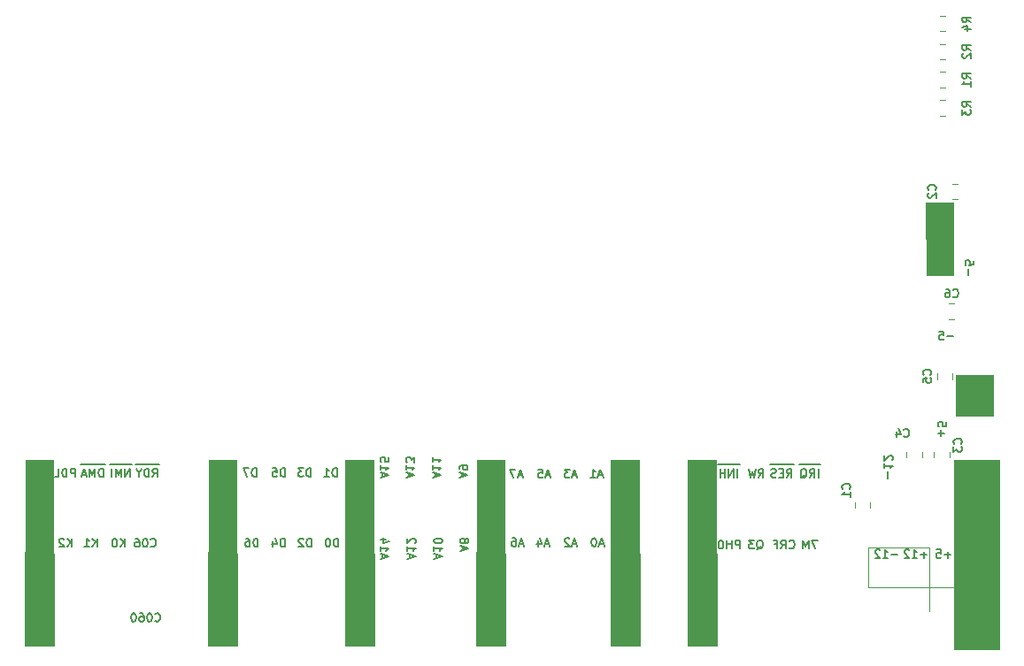
<source format=gbr>
%TF.GenerationSoftware,KiCad,Pcbnew,(5.1.10)-1*%
%TF.CreationDate,2021-09-08T13:29:56-05:00*%
%TF.ProjectId,gd protoboard pcb,67642070-726f-4746-9f62-6f6172642070,rev?*%
%TF.SameCoordinates,Original*%
%TF.FileFunction,Legend,Bot*%
%TF.FilePolarity,Positive*%
%FSLAX46Y46*%
G04 Gerber Fmt 4.6, Leading zero omitted, Abs format (unit mm)*
G04 Created by KiCad (PCBNEW (5.1.10)-1) date 2021-09-08 13:29:56*
%MOMM*%
%LPD*%
G01*
G04 APERTURE LIST*
%ADD10C,0.200000*%
%ADD11C,0.100000*%
%ADD12C,0.120000*%
G04 APERTURE END LIST*
D10*
X183883209Y-123272604D02*
X183349876Y-123272604D01*
X183692733Y-124072604D01*
X183045114Y-124072604D02*
X183045114Y-123272604D01*
X182778447Y-123844033D01*
X182511780Y-123272604D01*
X182511780Y-124072604D01*
X181190838Y-123996414D02*
X181228933Y-124034509D01*
X181343219Y-124072604D01*
X181419409Y-124072604D01*
X181533695Y-124034509D01*
X181609885Y-123958319D01*
X181647980Y-123882128D01*
X181686076Y-123729747D01*
X181686076Y-123615461D01*
X181647980Y-123463080D01*
X181609885Y-123386890D01*
X181533695Y-123310700D01*
X181419409Y-123272604D01*
X181343219Y-123272604D01*
X181228933Y-123310700D01*
X181190838Y-123348795D01*
X180390838Y-124072604D02*
X180657504Y-123691652D01*
X180847980Y-124072604D02*
X180847980Y-123272604D01*
X180543219Y-123272604D01*
X180467028Y-123310700D01*
X180428933Y-123348795D01*
X180390838Y-123424985D01*
X180390838Y-123539271D01*
X180428933Y-123615461D01*
X180467028Y-123653557D01*
X180543219Y-123691652D01*
X180847980Y-123691652D01*
X179781314Y-123653557D02*
X180047980Y-123653557D01*
X180047980Y-124072604D02*
X180047980Y-123272604D01*
X179667028Y-123272604D01*
X198329557Y-97866114D02*
X198329557Y-97256590D01*
X198824795Y-96494685D02*
X198824795Y-96875638D01*
X198443842Y-96913733D01*
X198481938Y-96875638D01*
X198520033Y-96799447D01*
X198520033Y-96608971D01*
X198481938Y-96532780D01*
X198443842Y-96494685D01*
X198367652Y-96456590D01*
X198177176Y-96456590D01*
X198100985Y-96494685D01*
X198062890Y-96532780D01*
X198024795Y-96608971D01*
X198024795Y-96799447D01*
X198062890Y-96875638D01*
X198100985Y-96913733D01*
D11*
G36*
X196850000Y-90932000D02*
G01*
X196850000Y-97917000D01*
X194310000Y-97917000D01*
X194244400Y-90922800D01*
X196850000Y-90932000D01*
G37*
X196850000Y-90932000D02*
X196850000Y-97917000D01*
X194310000Y-97917000D01*
X194244400Y-90922800D01*
X196850000Y-90932000D01*
G36*
X200660000Y-111379000D02*
G01*
X197104000Y-111379000D01*
X197104000Y-107442000D01*
X200660000Y-107442000D01*
X200660000Y-111379000D01*
G37*
X200660000Y-111379000D02*
X197104000Y-111379000D01*
X197104000Y-107442000D01*
X200660000Y-107442000D01*
X200660000Y-111379000D01*
D10*
X196913414Y-103752642D02*
X196303890Y-103752642D01*
X195541985Y-103257404D02*
X195922938Y-103257404D01*
X195961033Y-103638357D01*
X195922938Y-103600261D01*
X195846747Y-103562166D01*
X195656271Y-103562166D01*
X195580080Y-103600261D01*
X195541985Y-103638357D01*
X195503890Y-103714547D01*
X195503890Y-103905023D01*
X195541985Y-103981214D01*
X195580080Y-104019309D01*
X195656271Y-104057404D01*
X195846747Y-104057404D01*
X195922938Y-104019309D01*
X195961033Y-103981214D01*
X190620657Y-117309766D02*
X190620657Y-116700242D01*
X190315895Y-115900242D02*
X190315895Y-116357385D01*
X190315895Y-116128814D02*
X191115895Y-116128814D01*
X191001609Y-116205004D01*
X190925419Y-116281195D01*
X190887323Y-116357385D01*
X191039704Y-115595480D02*
X191077800Y-115557385D01*
X191115895Y-115481195D01*
X191115895Y-115290719D01*
X191077800Y-115214528D01*
X191039704Y-115176433D01*
X190963514Y-115138338D01*
X190887323Y-115138338D01*
X190773038Y-115176433D01*
X190315895Y-115633576D01*
X190315895Y-115138338D01*
X195713357Y-113309314D02*
X195713357Y-112699790D01*
X195408595Y-113004552D02*
X196018119Y-113004552D01*
X196208595Y-111937885D02*
X196208595Y-112318838D01*
X195827642Y-112356933D01*
X195865738Y-112318838D01*
X195903833Y-112242647D01*
X195903833Y-112052171D01*
X195865738Y-111975980D01*
X195827642Y-111937885D01*
X195751452Y-111899790D01*
X195560976Y-111899790D01*
X195484785Y-111937885D01*
X195446690Y-111975980D01*
X195408595Y-112052171D01*
X195408595Y-112242647D01*
X195446690Y-112318838D01*
X195484785Y-112356933D01*
X178079390Y-124148795D02*
X178155580Y-124110700D01*
X178231771Y-124034509D01*
X178346057Y-123920223D01*
X178422247Y-123882128D01*
X178498438Y-123882128D01*
X178460342Y-124072604D02*
X178536533Y-124034509D01*
X178612723Y-123958319D01*
X178650819Y-123805938D01*
X178650819Y-123539271D01*
X178612723Y-123386890D01*
X178536533Y-123310700D01*
X178460342Y-123272604D01*
X178307961Y-123272604D01*
X178231771Y-123310700D01*
X178155580Y-123386890D01*
X178117485Y-123539271D01*
X178117485Y-123805938D01*
X178155580Y-123958319D01*
X178231771Y-124034509D01*
X178307961Y-124072604D01*
X178460342Y-124072604D01*
X177850819Y-123272604D02*
X177355580Y-123272604D01*
X177622247Y-123577366D01*
X177507961Y-123577366D01*
X177431771Y-123615461D01*
X177393676Y-123653557D01*
X177355580Y-123729747D01*
X177355580Y-123920223D01*
X177393676Y-123996414D01*
X177431771Y-124034509D01*
X177507961Y-124072604D01*
X177736533Y-124072604D01*
X177812723Y-124034509D01*
X177850819Y-123996414D01*
X176472723Y-124072604D02*
X176472723Y-123272604D01*
X176167961Y-123272604D01*
X176091771Y-123310700D01*
X176053676Y-123348795D01*
X176015580Y-123424985D01*
X176015580Y-123539271D01*
X176053676Y-123615461D01*
X176091771Y-123653557D01*
X176167961Y-123691652D01*
X176472723Y-123691652D01*
X175672723Y-124072604D02*
X175672723Y-123272604D01*
X175672723Y-123653557D02*
X175215580Y-123653557D01*
X175215580Y-124072604D02*
X175215580Y-123272604D01*
X174682247Y-123272604D02*
X174606057Y-123272604D01*
X174529866Y-123310700D01*
X174491771Y-123348795D01*
X174453676Y-123424985D01*
X174415580Y-123577366D01*
X174415580Y-123767842D01*
X174453676Y-123920223D01*
X174491771Y-123996414D01*
X174529866Y-124034509D01*
X174606057Y-124072604D01*
X174682247Y-124072604D01*
X174758438Y-124034509D01*
X174796533Y-123996414D01*
X174834628Y-123920223D01*
X174872723Y-123767842D01*
X174872723Y-123577366D01*
X174834628Y-123424985D01*
X174796533Y-123348795D01*
X174758438Y-123310700D01*
X174682247Y-123272604D01*
X184181623Y-116029400D02*
X183800671Y-116029400D01*
X183991147Y-117227304D02*
X183991147Y-116427304D01*
X183800671Y-116029400D02*
X183000671Y-116029400D01*
X183153052Y-117227304D02*
X183419719Y-116846352D01*
X183610195Y-117227304D02*
X183610195Y-116427304D01*
X183305433Y-116427304D01*
X183229242Y-116465400D01*
X183191147Y-116503495D01*
X183153052Y-116579685D01*
X183153052Y-116693971D01*
X183191147Y-116770161D01*
X183229242Y-116808257D01*
X183305433Y-116846352D01*
X183610195Y-116846352D01*
X183000671Y-116029400D02*
X182162576Y-116029400D01*
X182276861Y-117303495D02*
X182353052Y-117265400D01*
X182429242Y-117189209D01*
X182543528Y-117074923D01*
X182619719Y-117036828D01*
X182695909Y-117036828D01*
X182657814Y-117227304D02*
X182734004Y-117189209D01*
X182810195Y-117113019D01*
X182848290Y-116960638D01*
X182848290Y-116693971D01*
X182810195Y-116541590D01*
X182734004Y-116465400D01*
X182657814Y-116427304D01*
X182505433Y-116427304D01*
X182429242Y-116465400D01*
X182353052Y-116541590D01*
X182314957Y-116693971D01*
X182314957Y-116960638D01*
X182353052Y-117113019D01*
X182429242Y-117189209D01*
X182505433Y-117227304D01*
X182657814Y-117227304D01*
X181609857Y-116029400D02*
X180809857Y-116029400D01*
X180962238Y-117227304D02*
X181228904Y-116846352D01*
X181419380Y-117227304D02*
X181419380Y-116427304D01*
X181114619Y-116427304D01*
X181038428Y-116465400D01*
X181000333Y-116503495D01*
X180962238Y-116579685D01*
X180962238Y-116693971D01*
X181000333Y-116770161D01*
X181038428Y-116808257D01*
X181114619Y-116846352D01*
X181419380Y-116846352D01*
X180809857Y-116029400D02*
X180086047Y-116029400D01*
X180619380Y-116808257D02*
X180352714Y-116808257D01*
X180238428Y-117227304D02*
X180619380Y-117227304D01*
X180619380Y-116427304D01*
X180238428Y-116427304D01*
X180086047Y-116029400D02*
X179324142Y-116029400D01*
X179933666Y-117189209D02*
X179819380Y-117227304D01*
X179628904Y-117227304D01*
X179552714Y-117189209D01*
X179514619Y-117151114D01*
X179476523Y-117074923D01*
X179476523Y-116998733D01*
X179514619Y-116922542D01*
X179552714Y-116884447D01*
X179628904Y-116846352D01*
X179781285Y-116808257D01*
X179857476Y-116770161D01*
X179895571Y-116732066D01*
X179933666Y-116655876D01*
X179933666Y-116579685D01*
X179895571Y-116503495D01*
X179857476Y-116465400D01*
X179781285Y-116427304D01*
X179590809Y-116427304D01*
X179476523Y-116465400D01*
X178250823Y-117227304D02*
X178517490Y-116846352D01*
X178707966Y-117227304D02*
X178707966Y-116427304D01*
X178403204Y-116427304D01*
X178327014Y-116465400D01*
X178288919Y-116503495D01*
X178250823Y-116579685D01*
X178250823Y-116693971D01*
X178288919Y-116770161D01*
X178327014Y-116808257D01*
X178403204Y-116846352D01*
X178707966Y-116846352D01*
X177984157Y-116427304D02*
X177793680Y-117227304D01*
X177641300Y-116655876D01*
X177488919Y-117227304D01*
X177298442Y-116427304D01*
X176440971Y-116029400D02*
X176060019Y-116029400D01*
X176250495Y-117227304D02*
X176250495Y-116427304D01*
X176060019Y-116029400D02*
X175221923Y-116029400D01*
X175869542Y-117227304D02*
X175869542Y-116427304D01*
X175412400Y-117227304D01*
X175412400Y-116427304D01*
X175221923Y-116029400D02*
X174383828Y-116029400D01*
X175031447Y-117227304D02*
X175031447Y-116427304D01*
X175031447Y-116808257D02*
X174574304Y-116808257D01*
X174574304Y-117227304D02*
X174574304Y-116427304D01*
X163423528Y-123615433D02*
X163042576Y-123615433D01*
X163499719Y-123844004D02*
X163233052Y-123044004D01*
X162966385Y-123844004D01*
X162547338Y-123044004D02*
X162471147Y-123044004D01*
X162394957Y-123082100D01*
X162356861Y-123120195D01*
X162318766Y-123196385D01*
X162280671Y-123348766D01*
X162280671Y-123539242D01*
X162318766Y-123691623D01*
X162356861Y-123767814D01*
X162394957Y-123805909D01*
X162471147Y-123844004D01*
X162547338Y-123844004D01*
X162623528Y-123805909D01*
X162661623Y-123767814D01*
X162699719Y-123691623D01*
X162737814Y-123539242D01*
X162737814Y-123348766D01*
X162699719Y-123196385D01*
X162661623Y-123120195D01*
X162623528Y-123082100D01*
X162547338Y-123044004D01*
X160845428Y-123615433D02*
X160464476Y-123615433D01*
X160921619Y-123844004D02*
X160654952Y-123044004D01*
X160388285Y-123844004D01*
X160159714Y-123120195D02*
X160121619Y-123082100D01*
X160045428Y-123044004D01*
X159854952Y-123044004D01*
X159778761Y-123082100D01*
X159740666Y-123120195D01*
X159702571Y-123196385D01*
X159702571Y-123272576D01*
X159740666Y-123386861D01*
X160197809Y-123844004D01*
X159702571Y-123844004D01*
X158216528Y-123615433D02*
X157835576Y-123615433D01*
X158292719Y-123844004D02*
X158026052Y-123044004D01*
X157759385Y-123844004D01*
X157149861Y-123310671D02*
X157149861Y-123844004D01*
X157340338Y-123005909D02*
X157530814Y-123577338D01*
X157035576Y-123577338D01*
X155765428Y-123615433D02*
X155384476Y-123615433D01*
X155841619Y-123844004D02*
X155574952Y-123044004D01*
X155308285Y-123844004D01*
X154698761Y-123044004D02*
X154851142Y-123044004D01*
X154927333Y-123082100D01*
X154965428Y-123120195D01*
X155041619Y-123234480D01*
X155079714Y-123386861D01*
X155079714Y-123691623D01*
X155041619Y-123767814D01*
X155003523Y-123805909D01*
X154927333Y-123844004D01*
X154774952Y-123844004D01*
X154698761Y-123805909D01*
X154660666Y-123767814D01*
X154622571Y-123691623D01*
X154622571Y-123501147D01*
X154660666Y-123424957D01*
X154698761Y-123386861D01*
X154774952Y-123348766D01*
X154927333Y-123348766D01*
X155003523Y-123386861D01*
X155041619Y-123424957D01*
X155079714Y-123501147D01*
X163321928Y-117036833D02*
X162940976Y-117036833D01*
X163398119Y-117265404D02*
X163131452Y-116465404D01*
X162864785Y-117265404D01*
X162179071Y-117265404D02*
X162636214Y-117265404D01*
X162407642Y-117265404D02*
X162407642Y-116465404D01*
X162483833Y-116579690D01*
X162560023Y-116655880D01*
X162636214Y-116693976D01*
X160832728Y-117036833D02*
X160451776Y-117036833D01*
X160908919Y-117265404D02*
X160642252Y-116465404D01*
X160375585Y-117265404D01*
X160185109Y-116465404D02*
X159689871Y-116465404D01*
X159956538Y-116770166D01*
X159842252Y-116770166D01*
X159766061Y-116808261D01*
X159727966Y-116846357D01*
X159689871Y-116922547D01*
X159689871Y-117113023D01*
X159727966Y-117189214D01*
X159766061Y-117227309D01*
X159842252Y-117265404D01*
X160070823Y-117265404D01*
X160147014Y-117227309D01*
X160185109Y-117189214D01*
X158292728Y-117036833D02*
X157911776Y-117036833D01*
X158368919Y-117265404D02*
X158102252Y-116465404D01*
X157835585Y-117265404D01*
X157187966Y-116465404D02*
X157568919Y-116465404D01*
X157607014Y-116846357D01*
X157568919Y-116808261D01*
X157492728Y-116770166D01*
X157302252Y-116770166D01*
X157226061Y-116808261D01*
X157187966Y-116846357D01*
X157149871Y-116922547D01*
X157149871Y-117113023D01*
X157187966Y-117189214D01*
X157226061Y-117227309D01*
X157302252Y-117265404D01*
X157492728Y-117265404D01*
X157568919Y-117227309D01*
X157607014Y-117189214D01*
X155651128Y-117036833D02*
X155270176Y-117036833D01*
X155727319Y-117265404D02*
X155460652Y-116465404D01*
X155193985Y-117265404D01*
X155003509Y-116465404D02*
X154470176Y-116465404D01*
X154813033Y-117265404D01*
X149942566Y-124218675D02*
X149942566Y-123837723D01*
X149713995Y-124294866D02*
X150513995Y-124028199D01*
X149713995Y-123761532D01*
X150171138Y-123380580D02*
X150209233Y-123456770D01*
X150247328Y-123494866D01*
X150323519Y-123532961D01*
X150361614Y-123532961D01*
X150437804Y-123494866D01*
X150475900Y-123456770D01*
X150513995Y-123380580D01*
X150513995Y-123228199D01*
X150475900Y-123152008D01*
X150437804Y-123113913D01*
X150361614Y-123075818D01*
X150323519Y-123075818D01*
X150247328Y-123113913D01*
X150209233Y-123152008D01*
X150171138Y-123228199D01*
X150171138Y-123380580D01*
X150133042Y-123456770D01*
X150094947Y-123494866D01*
X150018757Y-123532961D01*
X149866376Y-123532961D01*
X149790185Y-123494866D01*
X149752090Y-123456770D01*
X149713995Y-123380580D01*
X149713995Y-123228199D01*
X149752090Y-123152008D01*
X149790185Y-123113913D01*
X149866376Y-123075818D01*
X150018757Y-123075818D01*
X150094947Y-123113913D01*
X150133042Y-123152008D01*
X150171138Y-123228199D01*
X147415266Y-124980580D02*
X147415266Y-124599628D01*
X147186695Y-125056771D02*
X147986695Y-124790104D01*
X147186695Y-124523438D01*
X147186695Y-123837723D02*
X147186695Y-124294866D01*
X147186695Y-124066295D02*
X147986695Y-124066295D01*
X147872409Y-124142485D01*
X147796219Y-124218676D01*
X147758123Y-124294866D01*
X147986695Y-123342485D02*
X147986695Y-123266295D01*
X147948600Y-123190104D01*
X147910504Y-123152009D01*
X147834314Y-123113914D01*
X147681933Y-123075819D01*
X147491457Y-123075819D01*
X147339076Y-123113914D01*
X147262885Y-123152009D01*
X147224790Y-123190104D01*
X147186695Y-123266295D01*
X147186695Y-123342485D01*
X147224790Y-123418676D01*
X147262885Y-123456771D01*
X147339076Y-123494866D01*
X147491457Y-123532961D01*
X147681933Y-123532961D01*
X147834314Y-123494866D01*
X147910504Y-123456771D01*
X147948600Y-123418676D01*
X147986695Y-123342485D01*
X144875266Y-124980580D02*
X144875266Y-124599628D01*
X144646695Y-125056771D02*
X145446695Y-124790104D01*
X144646695Y-124523438D01*
X144646695Y-123837723D02*
X144646695Y-124294866D01*
X144646695Y-124066295D02*
X145446695Y-124066295D01*
X145332409Y-124142485D01*
X145256219Y-124218676D01*
X145218123Y-124294866D01*
X145370504Y-123532961D02*
X145408600Y-123494866D01*
X145446695Y-123418676D01*
X145446695Y-123228200D01*
X145408600Y-123152009D01*
X145370504Y-123113914D01*
X145294314Y-123075819D01*
X145218123Y-123075819D01*
X145103838Y-123113914D01*
X144646695Y-123571057D01*
X144646695Y-123075819D01*
X142297166Y-124980580D02*
X142297166Y-124599628D01*
X142068595Y-125056771D02*
X142868595Y-124790104D01*
X142068595Y-124523438D01*
X142068595Y-123837723D02*
X142068595Y-124294866D01*
X142068595Y-124066295D02*
X142868595Y-124066295D01*
X142754309Y-124142485D01*
X142678119Y-124218676D01*
X142640023Y-124294866D01*
X142601928Y-123152009D02*
X142068595Y-123152009D01*
X142906690Y-123342485D02*
X142335261Y-123532961D01*
X142335261Y-123037723D01*
X149866366Y-117220880D02*
X149866366Y-116839928D01*
X149637795Y-117297071D02*
X150437795Y-117030404D01*
X149637795Y-116763737D01*
X149637795Y-116458975D02*
X149637795Y-116306594D01*
X149675890Y-116230404D01*
X149713985Y-116192309D01*
X149828271Y-116116118D01*
X149980652Y-116078023D01*
X150285414Y-116078023D01*
X150361604Y-116116118D01*
X150399700Y-116154213D01*
X150437795Y-116230404D01*
X150437795Y-116382785D01*
X150399700Y-116458975D01*
X150361604Y-116497071D01*
X150285414Y-116535166D01*
X150094938Y-116535166D01*
X150018747Y-116497071D01*
X149980652Y-116458975D01*
X149942557Y-116382785D01*
X149942557Y-116230404D01*
X149980652Y-116154213D01*
X150018747Y-116116118D01*
X150094938Y-116078023D01*
X147313666Y-117220880D02*
X147313666Y-116839928D01*
X147085095Y-117297071D02*
X147885095Y-117030404D01*
X147085095Y-116763738D01*
X147085095Y-116078023D02*
X147085095Y-116535166D01*
X147085095Y-116306595D02*
X147885095Y-116306595D01*
X147770809Y-116382785D01*
X147694619Y-116458976D01*
X147656523Y-116535166D01*
X147085095Y-115316119D02*
X147085095Y-115773261D01*
X147085095Y-115544690D02*
X147885095Y-115544690D01*
X147770809Y-115620880D01*
X147694619Y-115697071D01*
X147656523Y-115773261D01*
X144773666Y-117220880D02*
X144773666Y-116839928D01*
X144545095Y-117297071D02*
X145345095Y-117030404D01*
X144545095Y-116763738D01*
X144545095Y-116078023D02*
X144545095Y-116535166D01*
X144545095Y-116306595D02*
X145345095Y-116306595D01*
X145230809Y-116382785D01*
X145154619Y-116458976D01*
X145116523Y-116535166D01*
X145345095Y-115811357D02*
X145345095Y-115316119D01*
X145040333Y-115582785D01*
X145040333Y-115468500D01*
X145002238Y-115392309D01*
X144964142Y-115354214D01*
X144887952Y-115316119D01*
X144697476Y-115316119D01*
X144621285Y-115354214D01*
X144583190Y-115392309D01*
X144545095Y-115468500D01*
X144545095Y-115697071D01*
X144583190Y-115773261D01*
X144621285Y-115811357D01*
X142297166Y-117220880D02*
X142297166Y-116839928D01*
X142068595Y-117297071D02*
X142868595Y-117030404D01*
X142068595Y-116763738D01*
X142068595Y-116078023D02*
X142068595Y-116535166D01*
X142068595Y-116306595D02*
X142868595Y-116306595D01*
X142754309Y-116382785D01*
X142678119Y-116458976D01*
X142640023Y-116535166D01*
X142868595Y-115354214D02*
X142868595Y-115735166D01*
X142487642Y-115773261D01*
X142525738Y-115735166D01*
X142563833Y-115658976D01*
X142563833Y-115468500D01*
X142525738Y-115392309D01*
X142487642Y-115354214D01*
X142411452Y-115316119D01*
X142220976Y-115316119D01*
X142144785Y-115354214D01*
X142106690Y-115392309D01*
X142068595Y-115468500D01*
X142068595Y-115658976D01*
X142106690Y-115735166D01*
X142144785Y-115773261D01*
X138055276Y-123894804D02*
X138055276Y-123094804D01*
X137864800Y-123094804D01*
X137750514Y-123132900D01*
X137674323Y-123209090D01*
X137636228Y-123285280D01*
X137598133Y-123437661D01*
X137598133Y-123551947D01*
X137636228Y-123704328D01*
X137674323Y-123780519D01*
X137750514Y-123856709D01*
X137864800Y-123894804D01*
X138055276Y-123894804D01*
X137102895Y-123094804D02*
X137026704Y-123094804D01*
X136950514Y-123132900D01*
X136912419Y-123170995D01*
X136874323Y-123247185D01*
X136836228Y-123399566D01*
X136836228Y-123590042D01*
X136874323Y-123742423D01*
X136912419Y-123818614D01*
X136950514Y-123856709D01*
X137026704Y-123894804D01*
X137102895Y-123894804D01*
X137179085Y-123856709D01*
X137217180Y-123818614D01*
X137255276Y-123742423D01*
X137293371Y-123590042D01*
X137293371Y-123399566D01*
X137255276Y-123247185D01*
X137217180Y-123170995D01*
X137179085Y-123132900D01*
X137102895Y-123094804D01*
X135477176Y-123894804D02*
X135477176Y-123094804D01*
X135286700Y-123094804D01*
X135172414Y-123132900D01*
X135096223Y-123209090D01*
X135058128Y-123285280D01*
X135020033Y-123437661D01*
X135020033Y-123551947D01*
X135058128Y-123704328D01*
X135096223Y-123780519D01*
X135172414Y-123856709D01*
X135286700Y-123894804D01*
X135477176Y-123894804D01*
X134715271Y-123170995D02*
X134677176Y-123132900D01*
X134600985Y-123094804D01*
X134410509Y-123094804D01*
X134334319Y-123132900D01*
X134296223Y-123170995D01*
X134258128Y-123247185D01*
X134258128Y-123323376D01*
X134296223Y-123437661D01*
X134753366Y-123894804D01*
X134258128Y-123894804D01*
X132949876Y-123894804D02*
X132949876Y-123094804D01*
X132759400Y-123094804D01*
X132645114Y-123132900D01*
X132568923Y-123209090D01*
X132530828Y-123285280D01*
X132492733Y-123437661D01*
X132492733Y-123551947D01*
X132530828Y-123704328D01*
X132568923Y-123780519D01*
X132645114Y-123856709D01*
X132759400Y-123894804D01*
X132949876Y-123894804D01*
X131807019Y-123361471D02*
X131807019Y-123894804D01*
X131997495Y-123056709D02*
X132187971Y-123628138D01*
X131692733Y-123628138D01*
X130371776Y-123894804D02*
X130371776Y-123094804D01*
X130181300Y-123094804D01*
X130067014Y-123132900D01*
X129990823Y-123209090D01*
X129952728Y-123285280D01*
X129914633Y-123437661D01*
X129914633Y-123551947D01*
X129952728Y-123704328D01*
X129990823Y-123780519D01*
X130067014Y-123856709D01*
X130181300Y-123894804D01*
X130371776Y-123894804D01*
X129228919Y-123094804D02*
X129381300Y-123094804D01*
X129457490Y-123132900D01*
X129495585Y-123170995D01*
X129571776Y-123285280D01*
X129609871Y-123437661D01*
X129609871Y-123742423D01*
X129571776Y-123818614D01*
X129533680Y-123856709D01*
X129457490Y-123894804D01*
X129305109Y-123894804D01*
X129228919Y-123856709D01*
X129190823Y-123818614D01*
X129152728Y-123742423D01*
X129152728Y-123551947D01*
X129190823Y-123475757D01*
X129228919Y-123437661D01*
X129305109Y-123399566D01*
X129457490Y-123399566D01*
X129533680Y-123437661D01*
X129571776Y-123475757D01*
X129609871Y-123551947D01*
X137915576Y-117176504D02*
X137915576Y-116376504D01*
X137725100Y-116376504D01*
X137610814Y-116414600D01*
X137534623Y-116490790D01*
X137496528Y-116566980D01*
X137458433Y-116719361D01*
X137458433Y-116833647D01*
X137496528Y-116986028D01*
X137534623Y-117062219D01*
X137610814Y-117138409D01*
X137725100Y-117176504D01*
X137915576Y-117176504D01*
X136696528Y-117176504D02*
X137153671Y-117176504D01*
X136925100Y-117176504D02*
X136925100Y-116376504D01*
X137001290Y-116490790D01*
X137077480Y-116566980D01*
X137153671Y-116605076D01*
X135426376Y-117176504D02*
X135426376Y-116376504D01*
X135235900Y-116376504D01*
X135121614Y-116414600D01*
X135045423Y-116490790D01*
X135007328Y-116566980D01*
X134969233Y-116719361D01*
X134969233Y-116833647D01*
X135007328Y-116986028D01*
X135045423Y-117062219D01*
X135121614Y-117138409D01*
X135235900Y-117176504D01*
X135426376Y-117176504D01*
X134702566Y-116376504D02*
X134207328Y-116376504D01*
X134473995Y-116681266D01*
X134359709Y-116681266D01*
X134283519Y-116719361D01*
X134245423Y-116757457D01*
X134207328Y-116833647D01*
X134207328Y-117024123D01*
X134245423Y-117100314D01*
X134283519Y-117138409D01*
X134359709Y-117176504D01*
X134588280Y-117176504D01*
X134664471Y-117138409D01*
X134702566Y-117100314D01*
X132949876Y-117176504D02*
X132949876Y-116376504D01*
X132759400Y-116376504D01*
X132645114Y-116414600D01*
X132568923Y-116490790D01*
X132530828Y-116566980D01*
X132492733Y-116719361D01*
X132492733Y-116833647D01*
X132530828Y-116986028D01*
X132568923Y-117062219D01*
X132645114Y-117138409D01*
X132759400Y-117176504D01*
X132949876Y-117176504D01*
X131768923Y-116376504D02*
X132149876Y-116376504D01*
X132187971Y-116757457D01*
X132149876Y-116719361D01*
X132073685Y-116681266D01*
X131883209Y-116681266D01*
X131807019Y-116719361D01*
X131768923Y-116757457D01*
X131730828Y-116833647D01*
X131730828Y-117024123D01*
X131768923Y-117100314D01*
X131807019Y-117138409D01*
X131883209Y-117176504D01*
X132073685Y-117176504D01*
X132149876Y-117138409D01*
X132187971Y-117100314D01*
X130219376Y-117176504D02*
X130219376Y-116376504D01*
X130028900Y-116376504D01*
X129914614Y-116414600D01*
X129838423Y-116490790D01*
X129800328Y-116566980D01*
X129762233Y-116719361D01*
X129762233Y-116833647D01*
X129800328Y-116986028D01*
X129838423Y-117062219D01*
X129914614Y-117138409D01*
X130028900Y-117176504D01*
X130219376Y-117176504D01*
X129495566Y-116376504D02*
X128962233Y-116376504D01*
X129305090Y-117176504D01*
X120122885Y-123831314D02*
X120160980Y-123869409D01*
X120275266Y-123907504D01*
X120351457Y-123907504D01*
X120465742Y-123869409D01*
X120541933Y-123793219D01*
X120580028Y-123717028D01*
X120618123Y-123564647D01*
X120618123Y-123450361D01*
X120580028Y-123297980D01*
X120541933Y-123221790D01*
X120465742Y-123145600D01*
X120351457Y-123107504D01*
X120275266Y-123107504D01*
X120160980Y-123145600D01*
X120122885Y-123183695D01*
X119627647Y-123107504D02*
X119551457Y-123107504D01*
X119475266Y-123145600D01*
X119437171Y-123183695D01*
X119399076Y-123259885D01*
X119360980Y-123412266D01*
X119360980Y-123602742D01*
X119399076Y-123755123D01*
X119437171Y-123831314D01*
X119475266Y-123869409D01*
X119551457Y-123907504D01*
X119627647Y-123907504D01*
X119703838Y-123869409D01*
X119741933Y-123831314D01*
X119780028Y-123755123D01*
X119818123Y-123602742D01*
X119818123Y-123412266D01*
X119780028Y-123259885D01*
X119741933Y-123183695D01*
X119703838Y-123145600D01*
X119627647Y-123107504D01*
X118675266Y-123107504D02*
X118827647Y-123107504D01*
X118903838Y-123145600D01*
X118941933Y-123183695D01*
X119018123Y-123297980D01*
X119056219Y-123450361D01*
X119056219Y-123755123D01*
X119018123Y-123831314D01*
X118980028Y-123869409D01*
X118903838Y-123907504D01*
X118751457Y-123907504D01*
X118675266Y-123869409D01*
X118637171Y-123831314D01*
X118599076Y-123755123D01*
X118599076Y-123564647D01*
X118637171Y-123488457D01*
X118675266Y-123450361D01*
X118751457Y-123412266D01*
X118903838Y-123412266D01*
X118980028Y-123450361D01*
X119018123Y-123488457D01*
X119056219Y-123564647D01*
X117659076Y-123907504D02*
X117659076Y-123107504D01*
X117201933Y-123907504D02*
X117544790Y-123450361D01*
X117201933Y-123107504D02*
X117659076Y-123564647D01*
X116706695Y-123107504D02*
X116630504Y-123107504D01*
X116554314Y-123145600D01*
X116516219Y-123183695D01*
X116478123Y-123259885D01*
X116440028Y-123412266D01*
X116440028Y-123602742D01*
X116478123Y-123755123D01*
X116516219Y-123831314D01*
X116554314Y-123869409D01*
X116630504Y-123907504D01*
X116706695Y-123907504D01*
X116782885Y-123869409D01*
X116820980Y-123831314D01*
X116859076Y-123755123D01*
X116897171Y-123602742D01*
X116897171Y-123412266D01*
X116859076Y-123259885D01*
X116820980Y-123183695D01*
X116782885Y-123145600D01*
X116706695Y-123107504D01*
X114966676Y-123907504D02*
X114966676Y-123107504D01*
X114509533Y-123907504D02*
X114852390Y-123450361D01*
X114509533Y-123107504D02*
X114966676Y-123564647D01*
X113747628Y-123907504D02*
X114204771Y-123907504D01*
X113976200Y-123907504D02*
X113976200Y-123107504D01*
X114052390Y-123221790D01*
X114128580Y-123297980D01*
X114204771Y-123336076D01*
X112579076Y-123907504D02*
X112579076Y-123107504D01*
X112121933Y-123907504D02*
X112464790Y-123450361D01*
X112121933Y-123107504D02*
X112579076Y-123564647D01*
X111817171Y-123183695D02*
X111779076Y-123145600D01*
X111702885Y-123107504D01*
X111512409Y-123107504D01*
X111436219Y-123145600D01*
X111398123Y-123183695D01*
X111360028Y-123259885D01*
X111360028Y-123336076D01*
X111398123Y-123450361D01*
X111855266Y-123907504D01*
X111360028Y-123907504D01*
X120929257Y-116004000D02*
X120129257Y-116004000D01*
X120281638Y-117201904D02*
X120548304Y-116820952D01*
X120738780Y-117201904D02*
X120738780Y-116401904D01*
X120434019Y-116401904D01*
X120357828Y-116440000D01*
X120319733Y-116478095D01*
X120281638Y-116554285D01*
X120281638Y-116668571D01*
X120319733Y-116744761D01*
X120357828Y-116782857D01*
X120434019Y-116820952D01*
X120738780Y-116820952D01*
X120129257Y-116004000D02*
X119329257Y-116004000D01*
X119938780Y-117201904D02*
X119938780Y-116401904D01*
X119748304Y-116401904D01*
X119634019Y-116440000D01*
X119557828Y-116516190D01*
X119519733Y-116592380D01*
X119481638Y-116744761D01*
X119481638Y-116859047D01*
X119519733Y-117011428D01*
X119557828Y-117087619D01*
X119634019Y-117163809D01*
X119748304Y-117201904D01*
X119938780Y-117201904D01*
X119329257Y-116004000D02*
X118643542Y-116004000D01*
X118986400Y-116820952D02*
X118986400Y-117201904D01*
X119253066Y-116401904D02*
X118986400Y-116820952D01*
X118719733Y-116401904D01*
X118313066Y-116004000D02*
X117474971Y-116004000D01*
X118122590Y-117201904D02*
X118122590Y-116401904D01*
X117665447Y-117201904D01*
X117665447Y-116401904D01*
X117474971Y-116004000D02*
X116560685Y-116004000D01*
X117284495Y-117201904D02*
X117284495Y-116401904D01*
X117017828Y-116973333D01*
X116751161Y-116401904D01*
X116751161Y-117201904D01*
X116560685Y-116004000D02*
X116179733Y-116004000D01*
X116370209Y-117201904D02*
X116370209Y-116401904D01*
X115779400Y-116004000D02*
X114979400Y-116004000D01*
X115588923Y-117201904D02*
X115588923Y-116401904D01*
X115398447Y-116401904D01*
X115284161Y-116440000D01*
X115207971Y-116516190D01*
X115169876Y-116592380D01*
X115131780Y-116744761D01*
X115131780Y-116859047D01*
X115169876Y-117011428D01*
X115207971Y-117087619D01*
X115284161Y-117163809D01*
X115398447Y-117201904D01*
X115588923Y-117201904D01*
X114979400Y-116004000D02*
X114065114Y-116004000D01*
X114788923Y-117201904D02*
X114788923Y-116401904D01*
X114522257Y-116973333D01*
X114255590Y-116401904D01*
X114255590Y-117201904D01*
X114065114Y-116004000D02*
X113379400Y-116004000D01*
X113912733Y-116973333D02*
X113531780Y-116973333D01*
X113988923Y-117201904D02*
X113722257Y-116401904D01*
X113455590Y-117201904D01*
D11*
G36*
X110871000Y-133350000D02*
G01*
X108077000Y-133328500D01*
X108140500Y-115570000D01*
X110807500Y-115570000D01*
X110871000Y-133350000D01*
G37*
X110871000Y-133350000D02*
X108077000Y-133328500D01*
X108140500Y-115570000D01*
X110807500Y-115570000D01*
X110871000Y-133350000D01*
G36*
X128397000Y-133350000D02*
G01*
X125603000Y-133328500D01*
X125666500Y-115570000D01*
X128333500Y-115570000D01*
X128397000Y-133350000D01*
G37*
X128397000Y-133350000D02*
X125603000Y-133328500D01*
X125666500Y-115570000D01*
X128333500Y-115570000D01*
X128397000Y-133350000D01*
G36*
X141478000Y-133350000D02*
G01*
X138684000Y-133328500D01*
X138747500Y-115570000D01*
X141414500Y-115570000D01*
X141478000Y-133350000D01*
G37*
X141478000Y-133350000D02*
X138684000Y-133328500D01*
X138747500Y-115570000D01*
X141414500Y-115570000D01*
X141478000Y-133350000D01*
G36*
X166878000Y-133350000D02*
G01*
X164084000Y-133328500D01*
X164147500Y-115570000D01*
X166814500Y-115570000D01*
X166878000Y-133350000D01*
G37*
X166878000Y-133350000D02*
X164084000Y-133328500D01*
X164147500Y-115570000D01*
X166814500Y-115570000D01*
X166878000Y-133350000D01*
G36*
X154051000Y-133350000D02*
G01*
X151257000Y-133328500D01*
X151320500Y-115570000D01*
X153987500Y-115570000D01*
X154051000Y-133350000D01*
G37*
X154051000Y-133350000D02*
X151257000Y-133328500D01*
X151320500Y-115570000D01*
X153987500Y-115570000D01*
X154051000Y-133350000D01*
G36*
X174244000Y-133350000D02*
G01*
X171450000Y-133328500D01*
X171513500Y-115570000D01*
X174180500Y-115570000D01*
X174244000Y-133350000D01*
G37*
X174244000Y-133350000D02*
X171450000Y-133328500D01*
X171513500Y-115570000D01*
X174180500Y-115570000D01*
X174244000Y-133350000D01*
G36*
X201295000Y-133731000D02*
G01*
X196977000Y-133731000D01*
X196977000Y-115570000D01*
X201295000Y-115570000D01*
X201295000Y-133731000D01*
G37*
X201295000Y-133731000D02*
X196977000Y-133731000D01*
X196977000Y-115570000D01*
X201295000Y-115570000D01*
X201295000Y-133731000D01*
D10*
X120529238Y-130968714D02*
X120567333Y-131006809D01*
X120681619Y-131044904D01*
X120757809Y-131044904D01*
X120872095Y-131006809D01*
X120948285Y-130930619D01*
X120986380Y-130854428D01*
X121024476Y-130702047D01*
X121024476Y-130587761D01*
X120986380Y-130435380D01*
X120948285Y-130359190D01*
X120872095Y-130283000D01*
X120757809Y-130244904D01*
X120681619Y-130244904D01*
X120567333Y-130283000D01*
X120529238Y-130321095D01*
X120034000Y-130244904D02*
X119957809Y-130244904D01*
X119881619Y-130283000D01*
X119843523Y-130321095D01*
X119805428Y-130397285D01*
X119767333Y-130549666D01*
X119767333Y-130740142D01*
X119805428Y-130892523D01*
X119843523Y-130968714D01*
X119881619Y-131006809D01*
X119957809Y-131044904D01*
X120034000Y-131044904D01*
X120110190Y-131006809D01*
X120148285Y-130968714D01*
X120186380Y-130892523D01*
X120224476Y-130740142D01*
X120224476Y-130549666D01*
X120186380Y-130397285D01*
X120148285Y-130321095D01*
X120110190Y-130283000D01*
X120034000Y-130244904D01*
X119081619Y-130244904D02*
X119234000Y-130244904D01*
X119310190Y-130283000D01*
X119348285Y-130321095D01*
X119424476Y-130435380D01*
X119462571Y-130587761D01*
X119462571Y-130892523D01*
X119424476Y-130968714D01*
X119386380Y-131006809D01*
X119310190Y-131044904D01*
X119157809Y-131044904D01*
X119081619Y-131006809D01*
X119043523Y-130968714D01*
X119005428Y-130892523D01*
X119005428Y-130702047D01*
X119043523Y-130625857D01*
X119081619Y-130587761D01*
X119157809Y-130549666D01*
X119310190Y-130549666D01*
X119386380Y-130587761D01*
X119424476Y-130625857D01*
X119462571Y-130702047D01*
X118510190Y-130244904D02*
X118434000Y-130244904D01*
X118357809Y-130283000D01*
X118319714Y-130321095D01*
X118281619Y-130397285D01*
X118243523Y-130549666D01*
X118243523Y-130740142D01*
X118281619Y-130892523D01*
X118319714Y-130968714D01*
X118357809Y-131006809D01*
X118434000Y-131044904D01*
X118510190Y-131044904D01*
X118586380Y-131006809D01*
X118624476Y-130968714D01*
X118662571Y-130892523D01*
X118700666Y-130740142D01*
X118700666Y-130549666D01*
X118662571Y-130397285D01*
X118624476Y-130321095D01*
X118586380Y-130283000D01*
X118510190Y-130244904D01*
X112883833Y-117201904D02*
X112883833Y-116401904D01*
X112579071Y-116401904D01*
X112502880Y-116440000D01*
X112464785Y-116478095D01*
X112426690Y-116554285D01*
X112426690Y-116668571D01*
X112464785Y-116744761D01*
X112502880Y-116782857D01*
X112579071Y-116820952D01*
X112883833Y-116820952D01*
X112083833Y-117201904D02*
X112083833Y-116401904D01*
X111893357Y-116401904D01*
X111779071Y-116440000D01*
X111702880Y-116516190D01*
X111664785Y-116592380D01*
X111626690Y-116744761D01*
X111626690Y-116859047D01*
X111664785Y-117011428D01*
X111702880Y-117087619D01*
X111779071Y-117163809D01*
X111893357Y-117201904D01*
X112083833Y-117201904D01*
X110902880Y-117201904D02*
X111283833Y-117201904D01*
X111283833Y-116401904D01*
D12*
X194564000Y-127762000D02*
X194564000Y-130048000D01*
X194564000Y-127762000D02*
X200152000Y-127762000D01*
X200152000Y-127762000D02*
X200152000Y-123952000D01*
X188722000Y-127762000D02*
X188722000Y-123952000D01*
X194564000Y-123952000D02*
X194564000Y-127762000D01*
X194564000Y-127762000D02*
X188722000Y-127762000D01*
X188722000Y-123952000D02*
X194564000Y-123952000D01*
D10*
X196646714Y-124644142D02*
X196037190Y-124644142D01*
X196341952Y-124948904D02*
X196341952Y-124339380D01*
X195275285Y-124148904D02*
X195656238Y-124148904D01*
X195694333Y-124529857D01*
X195656238Y-124491761D01*
X195580047Y-124453666D01*
X195389571Y-124453666D01*
X195313380Y-124491761D01*
X195275285Y-124529857D01*
X195237190Y-124606047D01*
X195237190Y-124796523D01*
X195275285Y-124872714D01*
X195313380Y-124910809D01*
X195389571Y-124948904D01*
X195580047Y-124948904D01*
X195656238Y-124910809D01*
X195694333Y-124872714D01*
X194360666Y-124644142D02*
X193751142Y-124644142D01*
X194055904Y-124948904D02*
X194055904Y-124339380D01*
X192951142Y-124948904D02*
X193408285Y-124948904D01*
X193179714Y-124948904D02*
X193179714Y-124148904D01*
X193255904Y-124263190D01*
X193332095Y-124339380D01*
X193408285Y-124377476D01*
X192646380Y-124225095D02*
X192608285Y-124187000D01*
X192532095Y-124148904D01*
X192341619Y-124148904D01*
X192265428Y-124187000D01*
X192227333Y-124225095D01*
X192189238Y-124301285D01*
X192189238Y-124377476D01*
X192227333Y-124491761D01*
X192684476Y-124948904D01*
X192189238Y-124948904D01*
X191566666Y-124644142D02*
X190957142Y-124644142D01*
X190157142Y-124948904D02*
X190614285Y-124948904D01*
X190385714Y-124948904D02*
X190385714Y-124148904D01*
X190461904Y-124263190D01*
X190538095Y-124339380D01*
X190614285Y-124377476D01*
X189852380Y-124225095D02*
X189814285Y-124187000D01*
X189738095Y-124148904D01*
X189547619Y-124148904D01*
X189471428Y-124187000D01*
X189433333Y-124225095D01*
X189395238Y-124301285D01*
X189395238Y-124377476D01*
X189433333Y-124491761D01*
X189890476Y-124948904D01*
X189395238Y-124948904D01*
D12*
%TO.C,C6*%
X196984252Y-100611000D02*
X196461748Y-100611000D01*
X196984252Y-102081000D02*
X196461748Y-102081000D01*
%TO.C,C5*%
X195353000Y-107307748D02*
X195353000Y-107830252D01*
X196823000Y-107307748D02*
X196823000Y-107830252D01*
%TO.C,R4*%
X195645036Y-74547400D02*
X196099164Y-74547400D01*
X195645036Y-73077400D02*
X196099164Y-73077400D01*
%TO.C,C4*%
X193876600Y-115361352D02*
X193876600Y-114838848D01*
X192406600Y-115361352D02*
X192406600Y-114838848D01*
%TO.C,R1*%
X195645036Y-78445267D02*
X196099164Y-78445267D01*
X195645036Y-79915267D02*
X196099164Y-79915267D01*
%TO.C,R3*%
X195645036Y-81129200D02*
X196099164Y-81129200D01*
X195645036Y-82599200D02*
X196099164Y-82599200D01*
%TO.C,R2*%
X195645036Y-75761334D02*
X196099164Y-75761334D01*
X195645036Y-77231334D02*
X196099164Y-77231334D01*
%TO.C,C3*%
X195048200Y-115361352D02*
X195048200Y-114838848D01*
X196518200Y-115361352D02*
X196518200Y-114838848D01*
%TO.C,C2*%
X197301752Y-90587500D02*
X196779248Y-90587500D01*
X197301752Y-89117500D02*
X196779248Y-89117500D01*
%TO.C,C1*%
X188923600Y-119601348D02*
X188923600Y-120123852D01*
X187453600Y-119601348D02*
X187453600Y-120123852D01*
%TO.C,C6*%
D10*
X196856333Y-99951714D02*
X196894428Y-99989809D01*
X197008714Y-100027904D01*
X197084904Y-100027904D01*
X197199190Y-99989809D01*
X197275380Y-99913619D01*
X197313476Y-99837428D01*
X197351571Y-99685047D01*
X197351571Y-99570761D01*
X197313476Y-99418380D01*
X197275380Y-99342190D01*
X197199190Y-99266000D01*
X197084904Y-99227904D01*
X197008714Y-99227904D01*
X196894428Y-99266000D01*
X196856333Y-99304095D01*
X196170619Y-99227904D02*
X196323000Y-99227904D01*
X196399190Y-99266000D01*
X196437285Y-99304095D01*
X196513476Y-99418380D01*
X196551571Y-99570761D01*
X196551571Y-99875523D01*
X196513476Y-99951714D01*
X196475380Y-99989809D01*
X196399190Y-100027904D01*
X196246809Y-100027904D01*
X196170619Y-99989809D01*
X196132523Y-99951714D01*
X196094428Y-99875523D01*
X196094428Y-99685047D01*
X196132523Y-99608857D01*
X196170619Y-99570761D01*
X196246809Y-99532666D01*
X196399190Y-99532666D01*
X196475380Y-99570761D01*
X196513476Y-99608857D01*
X196551571Y-99685047D01*
%TO.C,C5*%
X194693714Y-107435666D02*
X194731809Y-107397571D01*
X194769904Y-107283285D01*
X194769904Y-107207095D01*
X194731809Y-107092809D01*
X194655619Y-107016619D01*
X194579428Y-106978523D01*
X194427047Y-106940428D01*
X194312761Y-106940428D01*
X194160380Y-106978523D01*
X194084190Y-107016619D01*
X194008000Y-107092809D01*
X193969904Y-107207095D01*
X193969904Y-107283285D01*
X194008000Y-107397571D01*
X194046095Y-107435666D01*
X193969904Y-108159476D02*
X193969904Y-107778523D01*
X194350857Y-107740428D01*
X194312761Y-107778523D01*
X194274666Y-107854714D01*
X194274666Y-108045190D01*
X194312761Y-108121380D01*
X194350857Y-108159476D01*
X194427047Y-108197571D01*
X194617523Y-108197571D01*
X194693714Y-108159476D01*
X194731809Y-108121380D01*
X194769904Y-108045190D01*
X194769904Y-107854714D01*
X194731809Y-107778523D01*
X194693714Y-107740428D01*
%TO.C,R4*%
X198542304Y-73679066D02*
X198161352Y-73412400D01*
X198542304Y-73221923D02*
X197742304Y-73221923D01*
X197742304Y-73526685D01*
X197780400Y-73602876D01*
X197818495Y-73640971D01*
X197894685Y-73679066D01*
X198008971Y-73679066D01*
X198085161Y-73640971D01*
X198123257Y-73602876D01*
X198161352Y-73526685D01*
X198161352Y-73221923D01*
X198008971Y-74364780D02*
X198542304Y-74364780D01*
X197704209Y-74174304D02*
X198275638Y-73983828D01*
X198275638Y-74479066D01*
%TO.C,C4*%
X192157333Y-113315714D02*
X192195428Y-113353809D01*
X192309714Y-113391904D01*
X192385904Y-113391904D01*
X192500190Y-113353809D01*
X192576380Y-113277619D01*
X192614476Y-113201428D01*
X192652571Y-113049047D01*
X192652571Y-112934761D01*
X192614476Y-112782380D01*
X192576380Y-112706190D01*
X192500190Y-112630000D01*
X192385904Y-112591904D01*
X192309714Y-112591904D01*
X192195428Y-112630000D01*
X192157333Y-112668095D01*
X191471619Y-112858571D02*
X191471619Y-113391904D01*
X191662095Y-112553809D02*
X191852571Y-113125238D01*
X191357333Y-113125238D01*
%TO.C,R1*%
X198542304Y-79046933D02*
X198161352Y-78780267D01*
X198542304Y-78589790D02*
X197742304Y-78589790D01*
X197742304Y-78894552D01*
X197780400Y-78970743D01*
X197818495Y-79008838D01*
X197894685Y-79046933D01*
X198008971Y-79046933D01*
X198085161Y-79008838D01*
X198123257Y-78970743D01*
X198161352Y-78894552D01*
X198161352Y-78589790D01*
X198542304Y-79808838D02*
X198542304Y-79351695D01*
X198542304Y-79580267D02*
X197742304Y-79580267D01*
X197856590Y-79504076D01*
X197932780Y-79427886D01*
X197970876Y-79351695D01*
%TO.C,R3*%
X198542304Y-81756266D02*
X198161352Y-81489600D01*
X198542304Y-81299123D02*
X197742304Y-81299123D01*
X197742304Y-81603885D01*
X197780400Y-81680076D01*
X197818495Y-81718171D01*
X197894685Y-81756266D01*
X198008971Y-81756266D01*
X198085161Y-81718171D01*
X198123257Y-81680076D01*
X198161352Y-81603885D01*
X198161352Y-81299123D01*
X197742304Y-82022933D02*
X197742304Y-82518171D01*
X198047066Y-82251504D01*
X198047066Y-82365790D01*
X198085161Y-82441980D01*
X198123257Y-82480076D01*
X198199447Y-82518171D01*
X198389923Y-82518171D01*
X198466114Y-82480076D01*
X198504209Y-82441980D01*
X198542304Y-82365790D01*
X198542304Y-82137219D01*
X198504209Y-82061028D01*
X198466114Y-82022933D01*
%TO.C,R2*%
X198542304Y-76363000D02*
X198161352Y-76096334D01*
X198542304Y-75905857D02*
X197742304Y-75905857D01*
X197742304Y-76210619D01*
X197780400Y-76286810D01*
X197818495Y-76324905D01*
X197894685Y-76363000D01*
X198008971Y-76363000D01*
X198085161Y-76324905D01*
X198123257Y-76286810D01*
X198161352Y-76210619D01*
X198161352Y-75905857D01*
X197818495Y-76667762D02*
X197780400Y-76705857D01*
X197742304Y-76782048D01*
X197742304Y-76972524D01*
X197780400Y-77048714D01*
X197818495Y-77086810D01*
X197894685Y-77124905D01*
X197970876Y-77124905D01*
X198085161Y-77086810D01*
X198542304Y-76629667D01*
X198542304Y-77124905D01*
%TO.C,C3*%
X197643714Y-114039666D02*
X197681809Y-114001571D01*
X197719904Y-113887285D01*
X197719904Y-113811095D01*
X197681809Y-113696809D01*
X197605619Y-113620619D01*
X197529428Y-113582523D01*
X197377047Y-113544428D01*
X197262761Y-113544428D01*
X197110380Y-113582523D01*
X197034190Y-113620619D01*
X196958000Y-113696809D01*
X196919904Y-113811095D01*
X196919904Y-113887285D01*
X196958000Y-114001571D01*
X196996095Y-114039666D01*
X196919904Y-114306333D02*
X196919904Y-114801571D01*
X197224666Y-114534904D01*
X197224666Y-114649190D01*
X197262761Y-114725380D01*
X197300857Y-114763476D01*
X197377047Y-114801571D01*
X197567523Y-114801571D01*
X197643714Y-114763476D01*
X197681809Y-114725380D01*
X197719904Y-114649190D01*
X197719904Y-114420619D01*
X197681809Y-114344428D01*
X197643714Y-114306333D01*
%TO.C,C2*%
X195167214Y-89719166D02*
X195205309Y-89681071D01*
X195243404Y-89566785D01*
X195243404Y-89490595D01*
X195205309Y-89376309D01*
X195129119Y-89300119D01*
X195052928Y-89262023D01*
X194900547Y-89223928D01*
X194786261Y-89223928D01*
X194633880Y-89262023D01*
X194557690Y-89300119D01*
X194481500Y-89376309D01*
X194443404Y-89490595D01*
X194443404Y-89566785D01*
X194481500Y-89681071D01*
X194519595Y-89719166D01*
X194519595Y-90023928D02*
X194481500Y-90062023D01*
X194443404Y-90138214D01*
X194443404Y-90328690D01*
X194481500Y-90404880D01*
X194519595Y-90442976D01*
X194595785Y-90481071D01*
X194671976Y-90481071D01*
X194786261Y-90442976D01*
X195243404Y-89985833D01*
X195243404Y-90481071D01*
%TO.C,C1*%
X186975714Y-118357666D02*
X187013809Y-118319571D01*
X187051904Y-118205285D01*
X187051904Y-118129095D01*
X187013809Y-118014809D01*
X186937619Y-117938619D01*
X186861428Y-117900523D01*
X186709047Y-117862428D01*
X186594761Y-117862428D01*
X186442380Y-117900523D01*
X186366190Y-117938619D01*
X186290000Y-118014809D01*
X186251904Y-118129095D01*
X186251904Y-118205285D01*
X186290000Y-118319571D01*
X186328095Y-118357666D01*
X187051904Y-119119571D02*
X187051904Y-118662428D01*
X187051904Y-118891000D02*
X186251904Y-118891000D01*
X186366190Y-118814809D01*
X186442380Y-118738619D01*
X186480476Y-118662428D01*
%TD*%
M02*

</source>
